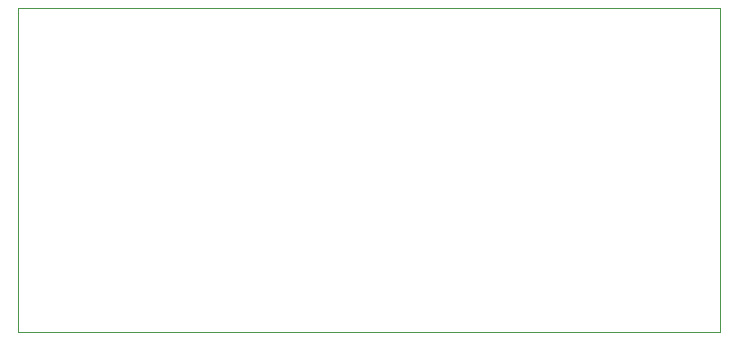
<source format=gbr>
G04 #@! TF.GenerationSoftware,KiCad,Pcbnew,8.0.5*
G04 #@! TF.CreationDate,2025-06-10T09:40:11+02:00*
G04 #@! TF.ProjectId,SDR_PreAmp_Filter,5344525f-5072-4654-916d-705f46696c74,rev?*
G04 #@! TF.SameCoordinates,Original*
G04 #@! TF.FileFunction,Profile,NP*
%FSLAX46Y46*%
G04 Gerber Fmt 4.6, Leading zero omitted, Abs format (unit mm)*
G04 Created by KiCad (PCBNEW 8.0.5) date 2025-06-10 09:40:11*
%MOMM*%
%LPD*%
G01*
G04 APERTURE LIST*
G04 #@! TA.AperFunction,Profile*
%ADD10C,0.100000*%
G04 #@! TD*
G04 APERTURE END LIST*
D10*
X89941400Y-115697000D02*
X149352000Y-115697000D01*
X149352000Y-143117000D01*
X89941400Y-143117000D01*
X89941400Y-115697000D01*
M02*

</source>
